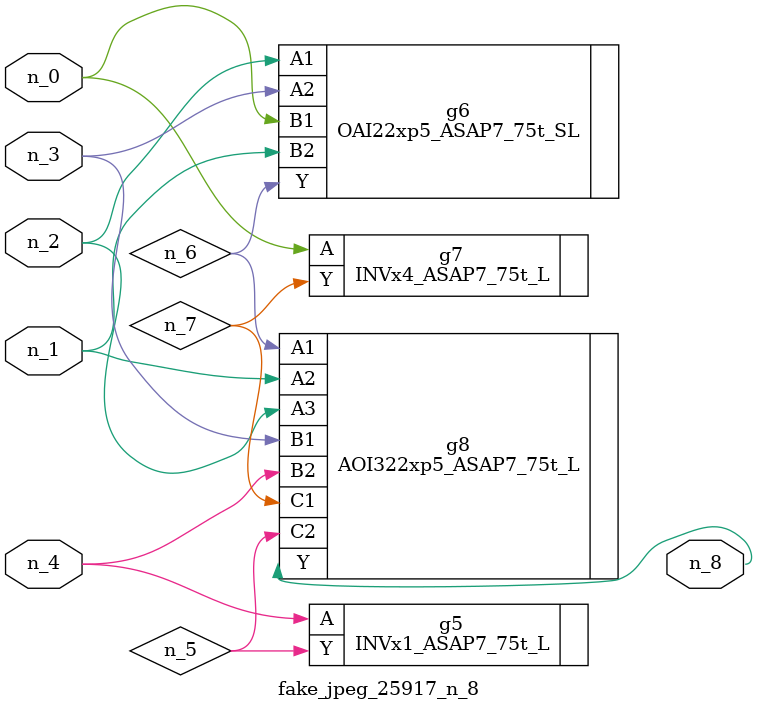
<source format=v>
module fake_jpeg_25917_n_8 (n_3, n_2, n_1, n_0, n_4, n_8);

input n_3;
input n_2;
input n_1;
input n_0;
input n_4;

output n_8;

wire n_6;
wire n_5;
wire n_7;

INVx1_ASAP7_75t_L g5 ( 
.A(n_4),
.Y(n_5)
);

OAI22xp5_ASAP7_75t_SL g6 ( 
.A1(n_2),
.A2(n_3),
.B1(n_0),
.B2(n_1),
.Y(n_6)
);

INVx4_ASAP7_75t_L g7 ( 
.A(n_0),
.Y(n_7)
);

AOI322xp5_ASAP7_75t_L g8 ( 
.A1(n_6),
.A2(n_1),
.A3(n_2),
.B1(n_3),
.B2(n_4),
.C1(n_7),
.C2(n_5),
.Y(n_8)
);


endmodule
</source>
